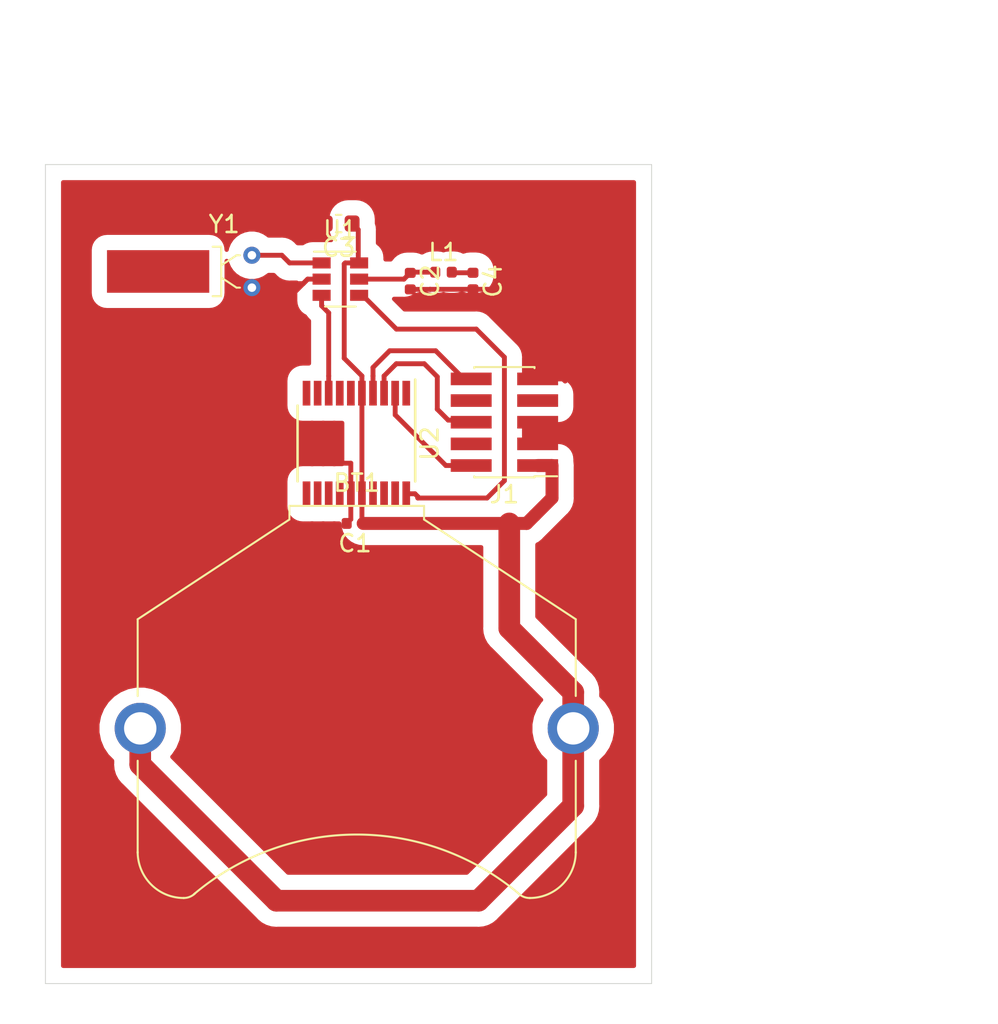
<source format=kicad_pcb>
(kicad_pcb (version 20171130) (host pcbnew "(5.1.2)-2")

  (general
    (thickness 1.6)
    (drawings 4)
    (tracks 84)
    (zones 0)
    (modules 10)
    (nets 11)
  )

  (page A4)
  (layers
    (0 F.Cu signal)
    (31 B.Cu signal)
    (32 B.Adhes user)
    (33 F.Adhes user)
    (34 B.Paste user)
    (35 F.Paste user)
    (36 B.SilkS user)
    (37 F.SilkS user)
    (38 B.Mask user)
    (39 F.Mask user)
    (40 Dwgs.User user)
    (41 Cmts.User user)
    (42 Eco1.User user)
    (43 Eco2.User user)
    (44 Edge.Cuts user)
    (45 Margin user)
    (46 B.CrtYd user)
    (47 F.CrtYd user)
    (48 B.Fab user)
    (49 F.Fab user)
  )

  (setup
    (last_trace_width 0.28575)
    (user_trace_width 0.762)
    (user_trace_width 1.27)
    (trace_clearance 0.2)
    (zone_clearance 0.889)
    (zone_45_only no)
    (trace_min 0.2)
    (via_size 0.8)
    (via_drill 0.4)
    (via_min_size 0.4)
    (via_min_drill 0.3)
    (uvia_size 0.3)
    (uvia_drill 0.1)
    (uvias_allowed no)
    (uvia_min_size 0.2)
    (uvia_min_drill 0.1)
    (edge_width 0.05)
    (segment_width 0.2)
    (pcb_text_width 0.3)
    (pcb_text_size 1.5 1.5)
    (mod_edge_width 0.12)
    (mod_text_size 1 1)
    (mod_text_width 0.15)
    (pad_size 1.524 1.524)
    (pad_drill 0.762)
    (pad_to_mask_clearance 0.051)
    (solder_mask_min_width 0.25)
    (aux_axis_origin 0 0)
    (visible_elements 7FFFFFFF)
    (pcbplotparams
      (layerselection 0x010fc_ffffffff)
      (usegerberextensions false)
      (usegerberattributes false)
      (usegerberadvancedattributes false)
      (creategerberjobfile false)
      (excludeedgelayer true)
      (linewidth 0.100000)
      (plotframeref false)
      (viasonmask false)
      (mode 1)
      (useauxorigin false)
      (hpglpennumber 1)
      (hpglpenspeed 20)
      (hpglpendiameter 15.000000)
      (psnegative false)
      (psa4output false)
      (plotreference true)
      (plotvalue true)
      (plotinvisibletext false)
      (padsonsilk false)
      (subtractmaskfromsilk false)
      (outputformat 1)
      (mirror false)
      (drillshape 0)
      (scaleselection 1)
      (outputdirectory "Gerbers"))
  )

  (net 0 "")
  (net 1 GND)
  (net 2 "Net-(BT1-Pad1)")
  (net 3 "Net-(J1-Pad10)")
  (net 4 "Net-(J1-Pad6)")
  (net 5 "Net-(J1-Pad2)")
  (net 6 "Net-(U1-Pad1)")
  (net 7 "Net-(C2-Pad1)")
  (net 8 "Net-(AE1-Pad1)")
  (net 9 /CLK)
  (net 10 /DATA)

  (net_class Default "This is the default net class."
    (clearance 0.2)
    (trace_width 0.28575)
    (via_dia 0.8)
    (via_drill 0.4)
    (uvia_dia 0.3)
    (uvia_drill 0.1)
    (add_net /CLK)
    (add_net /DATA)
    (add_net GND)
    (add_net "Net-(AE1-Pad1)")
    (add_net "Net-(BT1-Pad1)")
    (add_net "Net-(C2-Pad1)")
    (add_net "Net-(J1-Pad10)")
    (add_net "Net-(J1-Pad2)")
    (add_net "Net-(J1-Pad4)")
    (add_net "Net-(J1-Pad6)")
    (add_net "Net-(J1-Pad7)")
    (add_net "Net-(J1-Pad8)")
    (add_net "Net-(U1-Pad1)")
    (add_net "Net-(U2-Pad1)")
    (add_net "Net-(U2-Pad10)")
    (add_net "Net-(U2-Pad11)")
    (add_net "Net-(U2-Pad12)")
    (add_net "Net-(U2-Pad13)")
    (add_net "Net-(U2-Pad14)")
    (add_net "Net-(U2-Pad17)")
    (add_net "Net-(U2-Pad18)")
    (add_net "Net-(U2-Pad19)")
    (add_net "Net-(U2-Pad6)")
    (add_net "Net-(U2-Pad7)")
    (add_net "Net-(U2-Pad9)")
  )

  (module Connector_PinHeader_1.27mm:PinHeader_2x05_P1.27mm_Vertical_SMD (layer F.Cu) (tedit 59FED6E3) (tstamp 5D98236A)
    (at 189.484 76.073 180)
    (descr "surface-mounted straight pin header, 2x05, 1.27mm pitch, double rows")
    (tags "Surface mounted pin header SMD 2x05 1.27mm double row")
    (path /5D986ABE)
    (attr smd)
    (fp_text reference J1 (at 0 -4.235) (layer F.SilkS)
      (effects (font (size 1 1) (thickness 0.15)))
    )
    (fp_text value Conn_ARM_JTAG_SWD_10 (at 0 4.235) (layer F.Fab)
      (effects (font (size 1 1) (thickness 0.15)))
    )
    (fp_text user %R (at -0.218 0.131 90) (layer F.Fab)
      (effects (font (size 1 1) (thickness 0.15)))
    )
    (fp_line (start 4.3 -3.7) (end -4.3 -3.7) (layer F.CrtYd) (width 0.05))
    (fp_line (start 4.3 3.7) (end 4.3 -3.7) (layer F.CrtYd) (width 0.05))
    (fp_line (start -4.3 3.7) (end 4.3 3.7) (layer F.CrtYd) (width 0.05))
    (fp_line (start -4.3 -3.7) (end -4.3 3.7) (layer F.CrtYd) (width 0.05))
    (fp_line (start 1.765 3.17) (end 1.765 3.235) (layer F.SilkS) (width 0.12))
    (fp_line (start -1.765 3.17) (end -1.765 3.235) (layer F.SilkS) (width 0.12))
    (fp_line (start 1.765 -3.235) (end 1.765 -3.17) (layer F.SilkS) (width 0.12))
    (fp_line (start -1.765 -3.235) (end -1.765 -3.17) (layer F.SilkS) (width 0.12))
    (fp_line (start -3.09 -3.17) (end -1.765 -3.17) (layer F.SilkS) (width 0.12))
    (fp_line (start -1.765 3.235) (end 1.765 3.235) (layer F.SilkS) (width 0.12))
    (fp_line (start -1.765 -3.235) (end 1.765 -3.235) (layer F.SilkS) (width 0.12))
    (fp_line (start 2.75 2.74) (end 1.705 2.74) (layer F.Fab) (width 0.1))
    (fp_line (start 2.75 2.34) (end 2.75 2.74) (layer F.Fab) (width 0.1))
    (fp_line (start 1.705 2.34) (end 2.75 2.34) (layer F.Fab) (width 0.1))
    (fp_line (start -2.75 2.74) (end -1.705 2.74) (layer F.Fab) (width 0.1))
    (fp_line (start -2.75 2.34) (end -2.75 2.74) (layer F.Fab) (width 0.1))
    (fp_line (start -1.705 2.34) (end -2.75 2.34) (layer F.Fab) (width 0.1))
    (fp_line (start 2.75 1.47) (end 1.705 1.47) (layer F.Fab) (width 0.1))
    (fp_line (start 2.75 1.07) (end 2.75 1.47) (layer F.Fab) (width 0.1))
    (fp_line (start 1.705 1.07) (end 2.75 1.07) (layer F.Fab) (width 0.1))
    (fp_line (start -2.75 1.47) (end -1.705 1.47) (layer F.Fab) (width 0.1))
    (fp_line (start -2.75 1.07) (end -2.75 1.47) (layer F.Fab) (width 0.1))
    (fp_line (start -1.705 1.07) (end -2.75 1.07) (layer F.Fab) (width 0.1))
    (fp_line (start 2.75 0.2) (end 1.705 0.2) (layer F.Fab) (width 0.1))
    (fp_line (start 2.75 -0.2) (end 2.75 0.2) (layer F.Fab) (width 0.1))
    (fp_line (start 1.705 -0.2) (end 2.75 -0.2) (layer F.Fab) (width 0.1))
    (fp_line (start -2.75 0.2) (end -1.705 0.2) (layer F.Fab) (width 0.1))
    (fp_line (start -2.75 -0.2) (end -2.75 0.2) (layer F.Fab) (width 0.1))
    (fp_line (start -1.705 -0.2) (end -2.75 -0.2) (layer F.Fab) (width 0.1))
    (fp_line (start 2.75 -1.07) (end 1.705 -1.07) (layer F.Fab) (width 0.1))
    (fp_line (start 2.75 -1.47) (end 2.75 -1.07) (layer F.Fab) (width 0.1))
    (fp_line (start 1.705 -1.47) (end 2.75 -1.47) (layer F.Fab) (width 0.1))
    (fp_line (start -2.75 -1.07) (end -1.705 -1.07) (layer F.Fab) (width 0.1))
    (fp_line (start -2.75 -1.47) (end -2.75 -1.07) (layer F.Fab) (width 0.1))
    (fp_line (start -1.705 -1.47) (end -2.75 -1.47) (layer F.Fab) (width 0.1))
    (fp_line (start 2.75 -2.34) (end 1.705 -2.34) (layer F.Fab) (width 0.1))
    (fp_line (start 2.75 -2.74) (end 2.75 -2.34) (layer F.Fab) (width 0.1))
    (fp_line (start 1.705 -2.74) (end 2.75 -2.74) (layer F.Fab) (width 0.1))
    (fp_line (start -2.75 -2.34) (end -1.705 -2.34) (layer F.Fab) (width 0.1))
    (fp_line (start -2.75 -2.74) (end -2.75 -2.34) (layer F.Fab) (width 0.1))
    (fp_line (start -1.705 -2.74) (end -2.75 -2.74) (layer F.Fab) (width 0.1))
    (fp_line (start 1.705 -3.175) (end 1.705 3.175) (layer F.Fab) (width 0.1))
    (fp_line (start -1.705 -2.74) (end -1.27 -3.175) (layer F.Fab) (width 0.1))
    (fp_line (start -1.705 3.175) (end -1.705 -2.74) (layer F.Fab) (width 0.1))
    (fp_line (start -1.27 -3.175) (end 1.705 -3.175) (layer F.Fab) (width 0.1))
    (fp_line (start 1.705 3.175) (end -1.705 3.175) (layer F.Fab) (width 0.1))
    (pad 10 smd rect (at 1.95 2.54 180) (size 2.4 0.74) (layers F.Cu F.Paste F.Mask)
      (net 3 "Net-(J1-Pad10)"))
    (pad 9 smd rect (at -1.95 2.54 180) (size 2.4 0.74) (layers F.Cu F.Paste F.Mask)
      (net 1 GND))
    (pad 8 smd rect (at 1.95 1.27 180) (size 2.4 0.74) (layers F.Cu F.Paste F.Mask))
    (pad 7 smd rect (at -1.95 1.27 180) (size 2.4 0.74) (layers F.Cu F.Paste F.Mask))
    (pad 6 smd rect (at 1.95 0 180) (size 2.4 0.74) (layers F.Cu F.Paste F.Mask)
      (net 4 "Net-(J1-Pad6)"))
    (pad 5 smd rect (at -1.95 0 180) (size 2.4 0.74) (layers F.Cu F.Paste F.Mask)
      (net 1 GND))
    (pad 4 smd rect (at 1.95 -1.27 180) (size 2.4 0.74) (layers F.Cu F.Paste F.Mask))
    (pad 3 smd rect (at -1.95 -1.27 180) (size 2.4 0.74) (layers F.Cu F.Paste F.Mask)
      (net 1 GND))
    (pad 2 smd rect (at 1.95 -2.54 180) (size 2.4 0.74) (layers F.Cu F.Paste F.Mask)
      (net 5 "Net-(J1-Pad2)"))
    (pad 1 smd rect (at -1.95 -2.54 180) (size 2.4 0.74) (layers F.Cu F.Paste F.Mask)
      (net 2 "Net-(BT1-Pad1)"))
    (model ${KISYS3DMOD}/Connector_PinHeader_1.27mm.3dshapes/PinHeader_2x05_P1.27mm_Vertical_SMD.wrl
      (at (xyz 0 0 0))
      (scale (xyz 1 1 1))
      (rotate (xyz 0 0 0))
    )
  )

  (module Inductor_SMD:L_0402_1005Metric (layer F.Cu) (tedit 5B301BBE) (tstamp 5D982BA1)
    (at 185.91 67.272)
    (descr "Inductor SMD 0402 (1005 Metric), square (rectangular) end terminal, IPC_7351 nominal, (Body size source: http://www.tortai-tech.com/upload/download/2011102023233369053.pdf), generated with kicad-footprint-generator")
    (tags inductor)
    (path /5D9932A1)
    (attr smd)
    (fp_text reference L1 (at 0 -1.17) (layer F.SilkS)
      (effects (font (size 1 1) (thickness 0.15)))
    )
    (fp_text value L (at 0 1.17) (layer F.Fab)
      (effects (font (size 1 1) (thickness 0.15)))
    )
    (fp_text user %R (at 0 0) (layer F.Fab)
      (effects (font (size 0.25 0.25) (thickness 0.04)))
    )
    (fp_line (start 0.93 0.47) (end -0.93 0.47) (layer F.CrtYd) (width 0.05))
    (fp_line (start 0.93 -0.47) (end 0.93 0.47) (layer F.CrtYd) (width 0.05))
    (fp_line (start -0.93 -0.47) (end 0.93 -0.47) (layer F.CrtYd) (width 0.05))
    (fp_line (start -0.93 0.47) (end -0.93 -0.47) (layer F.CrtYd) (width 0.05))
    (fp_line (start 0.5 0.25) (end -0.5 0.25) (layer F.Fab) (width 0.1))
    (fp_line (start 0.5 -0.25) (end 0.5 0.25) (layer F.Fab) (width 0.1))
    (fp_line (start -0.5 -0.25) (end 0.5 -0.25) (layer F.Fab) (width 0.1))
    (fp_line (start -0.5 0.25) (end -0.5 -0.25) (layer F.Fab) (width 0.1))
    (pad 2 smd roundrect (at 0.485 0) (size 0.59 0.64) (layers F.Cu F.Paste F.Mask) (roundrect_rratio 0.25)
      (net 8 "Net-(AE1-Pad1)"))
    (pad 1 smd roundrect (at -0.485 0) (size 0.59 0.64) (layers F.Cu F.Paste F.Mask) (roundrect_rratio 0.25)
      (net 7 "Net-(C2-Pad1)"))
    (model ${KISYS3DMOD}/Inductor_SMD.3dshapes/L_0402_1005Metric.wrl
      (at (xyz 0 0 0))
      (scale (xyz 1 1 1))
      (rotate (xyz 0 0 0))
    )
  )

  (module Capacitor_SMD:C_0402_1005Metric (layer F.Cu) (tedit 5B301BBE) (tstamp 5D982B4A)
    (at 187.64 67.792 270)
    (descr "Capacitor SMD 0402 (1005 Metric), square (rectangular) end terminal, IPC_7351 nominal, (Body size source: http://www.tortai-tech.com/upload/download/2011102023233369053.pdf), generated with kicad-footprint-generator")
    (tags capacitor)
    (path /5D993A43)
    (attr smd)
    (fp_text reference C4 (at 0 -1.17 90) (layer F.SilkS)
      (effects (font (size 1 1) (thickness 0.15)))
    )
    (fp_text value C (at 0 1.17 90) (layer F.Fab)
      (effects (font (size 1 1) (thickness 0.15)))
    )
    (fp_text user %R (at 0 0 90) (layer F.Fab)
      (effects (font (size 0.25 0.25) (thickness 0.04)))
    )
    (fp_line (start 0.93 0.47) (end -0.93 0.47) (layer F.CrtYd) (width 0.05))
    (fp_line (start 0.93 -0.47) (end 0.93 0.47) (layer F.CrtYd) (width 0.05))
    (fp_line (start -0.93 -0.47) (end 0.93 -0.47) (layer F.CrtYd) (width 0.05))
    (fp_line (start -0.93 0.47) (end -0.93 -0.47) (layer F.CrtYd) (width 0.05))
    (fp_line (start 0.5 0.25) (end -0.5 0.25) (layer F.Fab) (width 0.1))
    (fp_line (start 0.5 -0.25) (end 0.5 0.25) (layer F.Fab) (width 0.1))
    (fp_line (start -0.5 -0.25) (end 0.5 -0.25) (layer F.Fab) (width 0.1))
    (fp_line (start -0.5 0.25) (end -0.5 -0.25) (layer F.Fab) (width 0.1))
    (pad 2 smd roundrect (at 0.485 0 270) (size 0.59 0.64) (layers F.Cu F.Paste F.Mask) (roundrect_rratio 0.25)
      (net 1 GND))
    (pad 1 smd roundrect (at -0.485 0 270) (size 0.59 0.64) (layers F.Cu F.Paste F.Mask) (roundrect_rratio 0.25)
      (net 8 "Net-(AE1-Pad1)"))
    (model ${KISYS3DMOD}/Capacitor_SMD.3dshapes/C_0402_1005Metric.wrl
      (at (xyz 0 0 0))
      (scale (xyz 1 1 1))
      (rotate (xyz 0 0 0))
    )
  )

  (module Capacitor_SMD:C_0603_1608Metric (layer F.Cu) (tedit 5B301BBE) (tstamp 5D982B3B)
    (at 179.76 64.42 180)
    (descr "Capacitor SMD 0603 (1608 Metric), square (rectangular) end terminal, IPC_7351 nominal, (Body size source: http://www.tortai-tech.com/upload/download/2011102023233369053.pdf), generated with kicad-footprint-generator")
    (tags capacitor)
    (path /5D98ED34)
    (attr smd)
    (fp_text reference C3 (at 0 -1.43) (layer F.SilkS)
      (effects (font (size 1 1) (thickness 0.15)))
    )
    (fp_text value C (at 0 1.43) (layer F.Fab)
      (effects (font (size 1 1) (thickness 0.15)))
    )
    (fp_text user %R (at 0 0) (layer F.Fab)
      (effects (font (size 0.4 0.4) (thickness 0.06)))
    )
    (fp_line (start 1.48 0.73) (end -1.48 0.73) (layer F.CrtYd) (width 0.05))
    (fp_line (start 1.48 -0.73) (end 1.48 0.73) (layer F.CrtYd) (width 0.05))
    (fp_line (start -1.48 -0.73) (end 1.48 -0.73) (layer F.CrtYd) (width 0.05))
    (fp_line (start -1.48 0.73) (end -1.48 -0.73) (layer F.CrtYd) (width 0.05))
    (fp_line (start -0.162779 0.51) (end 0.162779 0.51) (layer F.SilkS) (width 0.12))
    (fp_line (start -0.162779 -0.51) (end 0.162779 -0.51) (layer F.SilkS) (width 0.12))
    (fp_line (start 0.8 0.4) (end -0.8 0.4) (layer F.Fab) (width 0.1))
    (fp_line (start 0.8 -0.4) (end 0.8 0.4) (layer F.Fab) (width 0.1))
    (fp_line (start -0.8 -0.4) (end 0.8 -0.4) (layer F.Fab) (width 0.1))
    (fp_line (start -0.8 0.4) (end -0.8 -0.4) (layer F.Fab) (width 0.1))
    (pad 2 smd roundrect (at 0.7875 0 180) (size 0.875 0.95) (layers F.Cu F.Paste F.Mask) (roundrect_rratio 0.25)
      (net 1 GND))
    (pad 1 smd roundrect (at -0.7875 0 180) (size 0.875 0.95) (layers F.Cu F.Paste F.Mask) (roundrect_rratio 0.25)
      (net 2 "Net-(BT1-Pad1)"))
    (model ${KISYS3DMOD}/Capacitor_SMD.3dshapes/C_0603_1608Metric.wrl
      (at (xyz 0 0 0))
      (scale (xyz 1 1 1))
      (rotate (xyz 0 0 0))
    )
  )

  (module Capacitor_SMD:C_0402_1005Metric (layer F.Cu) (tedit 5B301BBE) (tstamp 5D982345)
    (at 183.96 67.797 270)
    (descr "Capacitor SMD 0402 (1005 Metric), square (rectangular) end terminal, IPC_7351 nominal, (Body size source: http://www.tortai-tech.com/upload/download/2011102023233369053.pdf), generated with kicad-footprint-generator")
    (tags capacitor)
    (path /5D982699)
    (attr smd)
    (fp_text reference C2 (at 0 -1.17 90) (layer F.SilkS)
      (effects (font (size 1 1) (thickness 0.15)))
    )
    (fp_text value C (at 0 1.17 90) (layer F.Fab)
      (effects (font (size 1 1) (thickness 0.15)))
    )
    (fp_text user %R (at 0 0 90) (layer F.Fab)
      (effects (font (size 0.25 0.25) (thickness 0.04)))
    )
    (fp_line (start 0.93 0.47) (end -0.93 0.47) (layer F.CrtYd) (width 0.05))
    (fp_line (start 0.93 -0.47) (end 0.93 0.47) (layer F.CrtYd) (width 0.05))
    (fp_line (start -0.93 -0.47) (end 0.93 -0.47) (layer F.CrtYd) (width 0.05))
    (fp_line (start -0.93 0.47) (end -0.93 -0.47) (layer F.CrtYd) (width 0.05))
    (fp_line (start 0.5 0.25) (end -0.5 0.25) (layer F.Fab) (width 0.1))
    (fp_line (start 0.5 -0.25) (end 0.5 0.25) (layer F.Fab) (width 0.1))
    (fp_line (start -0.5 -0.25) (end 0.5 -0.25) (layer F.Fab) (width 0.1))
    (fp_line (start -0.5 0.25) (end -0.5 -0.25) (layer F.Fab) (width 0.1))
    (pad 2 smd roundrect (at 0.485 0 270) (size 0.59 0.64) (layers F.Cu F.Paste F.Mask) (roundrect_rratio 0.25)
      (net 1 GND))
    (pad 1 smd roundrect (at -0.485 0 270) (size 0.59 0.64) (layers F.Cu F.Paste F.Mask) (roundrect_rratio 0.25)
      (net 7 "Net-(C2-Pad1)"))
    (model ${KISYS3DMOD}/Capacitor_SMD.3dshapes/C_0402_1005Metric.wrl
      (at (xyz 0 0 0))
      (scale (xyz 1 1 1))
      (rotate (xyz 0 0 0))
    )
  )

  (module Crystal:Crystal_DS26_D2.0mm_L6.0mm_Horizontal_1EP_style1 (layer F.Cu) (tedit 5A0FD1B2) (tstamp 5D9823BF)
    (at 174.67 66.28 270)
    (descr "Crystal THT DS26 6.0mm length 2.0mm diameter http://www.microcrystal.com/images/_Product-Documentation/03_TF_metal_Packages/01_Datasheet/DS-Series.pdf")
    (tags ['DS26'])
    (path /5D9859DE)
    (fp_text reference Y1 (at -1.82 1.625) (layer F.SilkS)
      (effects (font (size 1 1) (thickness 0.15)))
    )
    (fp_text value Crystal (at 3.72 1.625) (layer F.Fab)
      (effects (font (size 1 1) (thickness 0.15)))
    )
    (fp_line (start 2.7 -0.8) (end -0.8 -0.8) (layer F.CrtYd) (width 0.05))
    (fp_line (start 2.7 8.8) (end 2.7 -0.8) (layer F.CrtYd) (width 0.05))
    (fp_line (start -0.8 8.8) (end 2.7 8.8) (layer F.CrtYd) (width 0.05))
    (fp_line (start -0.8 -0.8) (end -0.8 8.8) (layer F.CrtYd) (width 0.05))
    (fp_line (start 1.9 0.9) (end 1.9 0.7) (layer F.SilkS) (width 0.12))
    (fp_line (start 1.3 1.8) (end 1.9 0.9) (layer F.SilkS) (width 0.12))
    (fp_line (start 0 0.9) (end 0 0.7) (layer F.SilkS) (width 0.12))
    (fp_line (start 0.6 1.8) (end 0 0.9) (layer F.SilkS) (width 0.12))
    (fp_line (start 2.4 1.8) (end 2.4 2.3) (layer F.SilkS) (width 0.12))
    (fp_line (start -0.5 1.8) (end 2.4 1.8) (layer F.SilkS) (width 0.12))
    (fp_line (start -0.5 2.3) (end -0.5 1.8) (layer F.SilkS) (width 0.12))
    (fp_line (start 1.9 1) (end 1.9 0) (layer F.Fab) (width 0.1))
    (fp_line (start 1.3 2) (end 1.9 1) (layer F.Fab) (width 0.1))
    (fp_line (start 0 1) (end 0 0) (layer F.Fab) (width 0.1))
    (fp_line (start 0.6 2) (end 0 1) (layer F.Fab) (width 0.1))
    (fp_line (start 1.95 2) (end -0.05 2) (layer F.Fab) (width 0.1))
    (fp_line (start 1.95 8) (end 1.95 2) (layer F.Fab) (width 0.1))
    (fp_line (start -0.05 8) (end 1.95 8) (layer F.Fab) (width 0.1))
    (fp_line (start -0.05 2) (end -0.05 8) (layer F.Fab) (width 0.1))
    (fp_text user %R (at 1 5.25) (layer F.Fab)
      (effects (font (size 0.7 0.7) (thickness 0.105)))
    )
    (pad 3 smd rect (at 0.95 5.5 270) (size 2.5 6) (layers F.Cu F.Paste F.Mask))
    (pad 2 thru_hole circle (at 1.9 0 270) (size 1 1) (drill 0.5) (layers *.Cu *.Mask)
      (net 1 GND))
    (pad 1 thru_hole circle (at 0 0 270) (size 1 1) (drill 0.5) (layers *.Cu *.Mask)
      (net 6 "Net-(U1-Pad1)"))
    (model ${KISYS3DMOD}/Crystal.3dshapes/Crystal_DS26_D2.0mm_L6.0mm_Horizontal_1EP_style1.wrl
      (at (xyz 0 0 0))
      (scale (xyz 1 1 1))
      (rotate (xyz 0 0 0))
    )
  )

  (module Package_SO:TSSOP-20_4.4x6.5mm_P0.65mm (layer F.Cu) (tedit 5A02F25C) (tstamp 5D9823A4)
    (at 180.8 77.32 270)
    (descr "20-Lead Plastic Thin Shrink Small Outline (ST)-4.4 mm Body [TSSOP] (see Microchip Packaging Specification 00000049BS.pdf)")
    (tags "SSOP 0.65")
    (path /5D97C465)
    (attr smd)
    (fp_text reference U2 (at 0 -4.3 90) (layer F.SilkS)
      (effects (font (size 1 1) (thickness 0.15)))
    )
    (fp_text value STM32F030F4Px (at 0 4.3 90) (layer F.Fab)
      (effects (font (size 1 1) (thickness 0.15)))
    )
    (fp_text user %R (at 0 0 135) (layer F.Fab)
      (effects (font (size 0.8 0.8) (thickness 0.15)))
    )
    (fp_line (start -3.75 -3.45) (end 2.225 -3.45) (layer F.SilkS) (width 0.15))
    (fp_line (start -2.225 3.45) (end 2.225 3.45) (layer F.SilkS) (width 0.15))
    (fp_line (start -3.95 3.55) (end 3.95 3.55) (layer F.CrtYd) (width 0.05))
    (fp_line (start -3.95 -3.55) (end 3.95 -3.55) (layer F.CrtYd) (width 0.05))
    (fp_line (start 3.95 -3.55) (end 3.95 3.55) (layer F.CrtYd) (width 0.05))
    (fp_line (start -3.95 -3.55) (end -3.95 3.55) (layer F.CrtYd) (width 0.05))
    (fp_line (start -2.2 -2.25) (end -1.2 -3.25) (layer F.Fab) (width 0.15))
    (fp_line (start -2.2 3.25) (end -2.2 -2.25) (layer F.Fab) (width 0.15))
    (fp_line (start 2.2 3.25) (end -2.2 3.25) (layer F.Fab) (width 0.15))
    (fp_line (start 2.2 -3.25) (end 2.2 3.25) (layer F.Fab) (width 0.15))
    (fp_line (start -1.2 -3.25) (end 2.2 -3.25) (layer F.Fab) (width 0.15))
    (pad 20 smd rect (at 2.95 -2.925 270) (size 1.45 0.45) (layers F.Cu F.Paste F.Mask)
      (net 9 /CLK))
    (pad 19 smd rect (at 2.95 -2.275 270) (size 1.45 0.45) (layers F.Cu F.Paste F.Mask))
    (pad 18 smd rect (at 2.95 -1.625 270) (size 1.45 0.45) (layers F.Cu F.Paste F.Mask))
    (pad 17 smd rect (at 2.95 -0.975 270) (size 1.45 0.45) (layers F.Cu F.Paste F.Mask))
    (pad 16 smd rect (at 2.95 -0.325 270) (size 1.45 0.45) (layers F.Cu F.Paste F.Mask)
      (net 2 "Net-(BT1-Pad1)"))
    (pad 15 smd rect (at 2.95 0.325 270) (size 1.45 0.45) (layers F.Cu F.Paste F.Mask)
      (net 1 GND))
    (pad 14 smd rect (at 2.95 0.975 270) (size 1.45 0.45) (layers F.Cu F.Paste F.Mask))
    (pad 13 smd rect (at 2.95 1.625 270) (size 1.45 0.45) (layers F.Cu F.Paste F.Mask))
    (pad 12 smd rect (at 2.95 2.275 270) (size 1.45 0.45) (layers F.Cu F.Paste F.Mask))
    (pad 11 smd rect (at 2.95 2.925 270) (size 1.45 0.45) (layers F.Cu F.Paste F.Mask))
    (pad 10 smd rect (at -2.95 2.925 270) (size 1.45 0.45) (layers F.Cu F.Paste F.Mask))
    (pad 9 smd rect (at -2.95 2.275 270) (size 1.45 0.45) (layers F.Cu F.Paste F.Mask))
    (pad 8 smd rect (at -2.95 1.625 270) (size 1.45 0.45) (layers F.Cu F.Paste F.Mask)
      (net 10 /DATA))
    (pad 7 smd rect (at -2.95 0.975 270) (size 1.45 0.45) (layers F.Cu F.Paste F.Mask))
    (pad 6 smd rect (at -2.95 0.325 270) (size 1.45 0.45) (layers F.Cu F.Paste F.Mask))
    (pad 5 smd rect (at -2.95 -0.325 270) (size 1.45 0.45) (layers F.Cu F.Paste F.Mask)
      (net 2 "Net-(BT1-Pad1)"))
    (pad 4 smd rect (at -2.95 -0.975 270) (size 1.45 0.45) (layers F.Cu F.Paste F.Mask)
      (net 3 "Net-(J1-Pad10)"))
    (pad 3 smd rect (at -2.95 -1.625 270) (size 1.45 0.45) (layers F.Cu F.Paste F.Mask)
      (net 4 "Net-(J1-Pad6)"))
    (pad 2 smd rect (at -2.95 -2.275 270) (size 1.45 0.45) (layers F.Cu F.Paste F.Mask)
      (net 5 "Net-(J1-Pad2)"))
    (pad 1 smd rect (at -2.95 -2.925 270) (size 1.45 0.45) (layers F.Cu F.Paste F.Mask))
    (model ${KISYS3DMOD}/Package_SO.3dshapes/TSSOP-20_4.4x6.5mm_P0.65mm.wrl
      (at (xyz 0 0 0))
      (scale (xyz 1 1 1))
      (rotate (xyz 0 0 0))
    )
  )

  (module Package_TO_SOT_SMD:SOT-23-6 (layer F.Cu) (tedit 5A02FF57) (tstamp 5D982380)
    (at 179.86 67.68)
    (descr "6-pin SOT-23 package")
    (tags SOT-23-6)
    (path /5D9813E1)
    (attr smd)
    (fp_text reference U1 (at 0 -2.9) (layer F.SilkS)
      (effects (font (size 1 1) (thickness 0.15)))
    )
    (fp_text value CMT2110A (at 0 2.9) (layer F.Fab)
      (effects (font (size 1 1) (thickness 0.15)))
    )
    (fp_line (start 0.9 -1.55) (end 0.9 1.55) (layer F.Fab) (width 0.1))
    (fp_line (start 0.9 1.55) (end -0.9 1.55) (layer F.Fab) (width 0.1))
    (fp_line (start -0.9 -0.9) (end -0.9 1.55) (layer F.Fab) (width 0.1))
    (fp_line (start 0.9 -1.55) (end -0.25 -1.55) (layer F.Fab) (width 0.1))
    (fp_line (start -0.9 -0.9) (end -0.25 -1.55) (layer F.Fab) (width 0.1))
    (fp_line (start -1.9 -1.8) (end -1.9 1.8) (layer F.CrtYd) (width 0.05))
    (fp_line (start -1.9 1.8) (end 1.9 1.8) (layer F.CrtYd) (width 0.05))
    (fp_line (start 1.9 1.8) (end 1.9 -1.8) (layer F.CrtYd) (width 0.05))
    (fp_line (start 1.9 -1.8) (end -1.9 -1.8) (layer F.CrtYd) (width 0.05))
    (fp_line (start 0.9 -1.61) (end -1.55 -1.61) (layer F.SilkS) (width 0.12))
    (fp_line (start -0.9 1.61) (end 0.9 1.61) (layer F.SilkS) (width 0.12))
    (fp_text user %R (at 0 0 90) (layer F.Fab)
      (effects (font (size 0.5 0.5) (thickness 0.075)))
    )
    (pad 5 smd rect (at 1.1 0) (size 1.06 0.65) (layers F.Cu F.Paste F.Mask)
      (net 7 "Net-(C2-Pad1)"))
    (pad 6 smd rect (at 1.1 -0.95) (size 1.06 0.65) (layers F.Cu F.Paste F.Mask)
      (net 2 "Net-(BT1-Pad1)"))
    (pad 4 smd rect (at 1.1 0.95) (size 1.06 0.65) (layers F.Cu F.Paste F.Mask)
      (net 9 /CLK))
    (pad 3 smd rect (at -1.1 0.95) (size 1.06 0.65) (layers F.Cu F.Paste F.Mask)
      (net 10 /DATA))
    (pad 2 smd rect (at -1.1 0) (size 1.06 0.65) (layers F.Cu F.Paste F.Mask)
      (net 1 GND))
    (pad 1 smd rect (at -1.1 -0.95) (size 1.06 0.65) (layers F.Cu F.Paste F.Mask)
      (net 6 "Net-(U1-Pad1)"))
    (model ${KISYS3DMOD}/Package_TO_SOT_SMD.3dshapes/SOT-23-6.wrl
      (at (xyz 0 0 0))
      (scale (xyz 1 1 1))
      (rotate (xyz 0 0 0))
    )
  )

  (module Capacitor_SMD:C_0402_1005Metric (layer F.Cu) (tedit 5B301BBE) (tstamp 5D982334)
    (at 180.715 82.01 180)
    (descr "Capacitor SMD 0402 (1005 Metric), square (rectangular) end terminal, IPC_7351 nominal, (Body size source: http://www.tortai-tech.com/upload/download/2011102023233369053.pdf), generated with kicad-footprint-generator")
    (tags capacitor)
    (path /5D97E497)
    (attr smd)
    (fp_text reference C1 (at 0 -1.17) (layer F.SilkS)
      (effects (font (size 1 1) (thickness 0.15)))
    )
    (fp_text value C (at 0 1.17) (layer F.Fab)
      (effects (font (size 1 1) (thickness 0.15)))
    )
    (fp_text user %R (at 0 0) (layer F.Fab)
      (effects (font (size 0.25 0.25) (thickness 0.04)))
    )
    (fp_line (start 0.93 0.47) (end -0.93 0.47) (layer F.CrtYd) (width 0.05))
    (fp_line (start 0.93 -0.47) (end 0.93 0.47) (layer F.CrtYd) (width 0.05))
    (fp_line (start -0.93 -0.47) (end 0.93 -0.47) (layer F.CrtYd) (width 0.05))
    (fp_line (start -0.93 0.47) (end -0.93 -0.47) (layer F.CrtYd) (width 0.05))
    (fp_line (start 0.5 0.25) (end -0.5 0.25) (layer F.Fab) (width 0.1))
    (fp_line (start 0.5 -0.25) (end 0.5 0.25) (layer F.Fab) (width 0.1))
    (fp_line (start -0.5 -0.25) (end 0.5 -0.25) (layer F.Fab) (width 0.1))
    (fp_line (start -0.5 0.25) (end -0.5 -0.25) (layer F.Fab) (width 0.1))
    (pad 2 smd roundrect (at 0.485 0 180) (size 0.59 0.64) (layers F.Cu F.Paste F.Mask) (roundrect_rratio 0.25)
      (net 1 GND))
    (pad 1 smd roundrect (at -0.485 0 180) (size 0.59 0.64) (layers F.Cu F.Paste F.Mask) (roundrect_rratio 0.25)
      (net 2 "Net-(BT1-Pad1)"))
    (model ${KISYS3DMOD}/Capacitor_SMD.3dshapes/C_0402_1005Metric.wrl
      (at (xyz 0 0 0))
      (scale (xyz 1 1 1))
      (rotate (xyz 0 0 0))
    )
  )

  (module Battery:BatteryHolder_Keystone_3009_1x2450 (layer F.Cu) (tedit 58972349) (tstamp 5D982325)
    (at 180.82 94.03)
    (descr http://www.keyelco.com/product-pdf.cfm?p=787)
    (tags "Keystone type 3009 coin cell retainer")
    (path /5D97CE78)
    (fp_text reference BT1 (at 0 -14.4) (layer F.SilkS)
      (effects (font (size 1 1) (thickness 0.15)))
    )
    (fp_text value Battery (at 0 14) (layer F.Fab)
      (effects (font (size 1 1) (thickness 0.15)))
    )
    (fp_line (start -4.45 -12.55) (end -13.35 -6.7) (layer F.CrtYd) (width 0.05))
    (fp_line (start -3.8 -12.9) (end 3.8 -12.9) (layer F.Fab) (width 0.1))
    (fp_line (start 3.8 -12.9) (end 3.8 -12.2) (layer F.Fab) (width 0.1))
    (fp_line (start -3.8 -12.9) (end -3.8 -12.2) (layer F.Fab) (width 0.1))
    (fp_line (start -3.8 -12.2) (end -12.7 -6.35) (layer F.Fab) (width 0.1))
    (fp_line (start 3.8 -12.2) (end 12.7 -6.35) (layer F.Fab) (width 0.1))
    (fp_line (start -3.95 -12.25) (end -12.85 -6.4) (layer F.SilkS) (width 0.12))
    (fp_line (start -3.95 -13.05) (end -3.95 -12.25) (layer F.SilkS) (width 0.12))
    (fp_line (start -3.95 -13.05) (end 3.95 -13.05) (layer F.SilkS) (width 0.12))
    (fp_line (start 3.95 -13.05) (end 3.95 -12.25) (layer F.SilkS) (width 0.12))
    (fp_line (start 3.95 -12.25) (end 12.85 -6.4) (layer F.SilkS) (width 0.12))
    (fp_line (start 4.45 -12.55) (end 13.35 -6.7) (layer F.CrtYd) (width 0.05))
    (fp_line (start -4.45 -13.55) (end -4.45 -12.55) (layer F.CrtYd) (width 0.05))
    (fp_line (start -4.45 -13.55) (end 4.45 -13.55) (layer F.CrtYd) (width 0.05))
    (fp_line (start 4.45 -13.55) (end 4.45 -12.55) (layer F.CrtYd) (width 0.05))
    (fp_line (start -12.7 -6.35) (end -12.7 7.3) (layer F.Fab) (width 0.1))
    (fp_line (start 12.7 -6.35) (end 12.7 7.3) (layer F.Fab) (width 0.1))
    (fp_line (start 13.35 1.95) (end 13.35 7.3) (layer F.CrtYd) (width 0.05))
    (fp_line (start -13.35 -6.7) (end -13.35 -1.95) (layer F.CrtYd) (width 0.05))
    (fp_line (start -13.35 1.95) (end -13.35 7.3) (layer F.CrtYd) (width 0.05))
    (fp_line (start 13.35 -6.7) (end 13.35 -1.95) (layer F.CrtYd) (width 0.05))
    (fp_line (start -12.85 -6.4) (end -12.85 -1.9) (layer F.SilkS) (width 0.12))
    (fp_line (start 12.85 -6.4) (end 12.85 -1.9) (layer F.SilkS) (width 0.12))
    (fp_circle (center 0 0) (end 12.25 0) (layer Dwgs.User) (width 0.15))
    (fp_arc (start -10.15 7.25) (end -10.15 9.8) (angle 90) (layer F.Fab) (width 0.1))
    (fp_arc (start 10.15 7.25) (end 10.15 9.8) (angle -90) (layer F.Fab) (width 0.1))
    (fp_line (start -12.85 1.9) (end -12.85 7.3) (layer F.SilkS) (width 0.12))
    (fp_line (start 12.85 1.9) (end 12.85 7.3) (layer F.SilkS) (width 0.12))
    (fp_arc (start 10.15 7.25) (end 10.15 9.95) (angle -90) (layer F.SilkS) (width 0.12))
    (fp_arc (start -10.15 7.25) (end -10.15 9.95) (angle 90) (layer F.SilkS) (width 0.12))
    (fp_arc (start 0 21) (end -9.6 9.58) (angle 80) (layer F.Fab) (width 0.1))
    (fp_arc (start -10.15 9) (end -10.15 9.8) (angle -45) (layer F.Fab) (width 0.1))
    (fp_arc (start 10.15 9) (end 10.15 9.8) (angle 45) (layer F.Fab) (width 0.1))
    (fp_arc (start -10.15 9) (end -10.15 9.95) (angle -45) (layer F.SilkS) (width 0.12))
    (fp_arc (start 10.15 9) (end 10.15 9.95) (angle 45) (layer F.SilkS) (width 0.12))
    (fp_arc (start 0 21) (end -9.55 9.73) (angle 80) (layer F.SilkS) (width 0.12))
    (fp_arc (start -12.7 0) (end -13.35 1.95) (angle 143) (layer F.CrtYd) (width 0.05))
    (fp_arc (start 12.7 0) (end 13.35 1.95) (angle -143) (layer F.CrtYd) (width 0.05))
    (fp_arc (start -10.15 7.25) (end -10.15 10.45) (angle 90) (layer F.CrtYd) (width 0.05))
    (fp_arc (start 10.15 7.25) (end 10.15 10.45) (angle -90) (layer F.CrtYd) (width 0.05))
    (fp_arc (start -10.15 9) (end -10.15 10.45) (angle -45) (layer F.CrtYd) (width 0.05))
    (fp_arc (start 10.15 9) (end 10.15 10.45) (angle 45) (layer F.CrtYd) (width 0.05))
    (fp_arc (start 0 21) (end -9.15 10.05) (angle 3.2) (layer F.CrtYd) (width 0.05))
    (fp_arc (start 0 0) (end 0 12.8) (angle 41.7) (layer F.CrtYd) (width 0.05))
    (fp_arc (start 0 21) (end 9.15 10.05) (angle -3.2) (layer F.CrtYd) (width 0.05))
    (fp_arc (start 0 0) (end 0 12.8) (angle -41.7) (layer F.CrtYd) (width 0.05))
    (fp_text user %R (at 0 0) (layer F.Fab)
      (effects (font (size 1 1) (thickness 0.15)))
    )
    (pad 2 smd rect (at 0 0) (size 8 8) (layers F.Cu F.Mask)
      (net 1 GND))
    (pad 1 thru_hole circle (at 12.7 0) (size 3 3) (drill 1.9) (layers *.Cu *.Mask)
      (net 2 "Net-(BT1-Pad1)"))
    (pad 1 thru_hole circle (at -12.7 0) (size 3 3) (drill 1.9) (layers *.Cu *.Mask)
      (net 2 "Net-(BT1-Pad1)"))
    (model ${KISYS3DMOD}/Battery.3dshapes/BatteryHolder_Keystone_3009_1x2450.wrl
      (at (xyz 0 0 0))
      (scale (xyz 1 1 1))
      (rotate (xyz 0 0 0))
    )
  )

  (gr_line (start 162.56 60.96) (end 162.56 109) (layer Edge.Cuts) (width 0.05) (tstamp 5D983694))
  (gr_line (start 198.12 60.96) (end 162.56 60.96) (layer Edge.Cuts) (width 0.05))
  (gr_line (start 198.12 109) (end 198.12 60.96) (layer Edge.Cuts) (width 0.05))
  (gr_line (start 162.56 109) (end 198.12 109) (layer Edge.Cuts) (width 0.05))

  (segment (start 180.475 81.765) (end 180.475 80.27) (width 0.28575) (layer F.Cu) (net 1))
  (segment (start 180.23 82.01) (end 180.475 81.765) (width 0.28575) (layer F.Cu) (net 1))
  (segment (start 180.475 80.27) (end 180.475 78.478) (width 0.28575) (layer F.Cu) (net 1))
  (segment (start 177.94425 67.68) (end 177.67925 67.945) (width 0.28575) (layer F.Cu) (net 1))
  (segment (start 178.76 67.68) (end 177.94425 67.68) (width 0.28575) (layer F.Cu) (net 1))
  (segment (start 177.67925 67.945) (end 176.784 67.945) (width 0.28575) (layer F.Cu) (net 1))
  (segment (start 180.475 78.478) (end 179.443 78.478) (width 0.28575) (layer F.Cu) (net 1))
  (segment (start 179.443 78.478) (end 179.324 78.359) (width 0.28575) (layer F.Cu) (net 1))
  (segment (start 179.324 78.359) (end 179.324 77.47) (width 0.28575) (layer F.Cu) (net 1))
  (segment (start 177.94425 67.68) (end 177.04425 68.58) (width 0.28575) (layer F.Cu) (net 1))
  (segment (start 176.64425 68.18) (end 174.67 68.18) (width 0.28575) (layer F.Cu) (net 1))
  (segment (start 177.04425 68.58) (end 176.64425 68.18) (width 0.28575) (layer F.Cu) (net 1))
  (segment (start 183.96 68.282) (end 185.122 68.282) (width 0.28575) (layer F.Cu) (net 1))
  (segment (start 185.127 68.277) (end 187.64 68.277) (width 0.28575) (layer F.Cu) (net 1))
  (segment (start 185.122 68.282) (end 185.127 68.277) (width 0.28575) (layer F.Cu) (net 1))
  (segment (start 187.64 68.277) (end 190.197 68.277) (width 0.28575) (layer F.Cu) (net 1))
  (segment (start 191.434 77.343) (end 191.434 76.073) (width 0.28575) (layer F.Cu) (net 1))
  (segment (start 192.91975 73.533) (end 193.04675 73.66) (width 0.28575) (layer F.Cu) (net 1))
  (segment (start 191.434 73.533) (end 192.91975 73.533) (width 0.28575) (layer F.Cu) (net 1))
  (segment (start 180.91 66.68) (end 180.96 66.73) (width 0.28575) (layer F.Cu) (net 2))
  (segment (start 180.5475 64.42) (end 180.91 64.7825) (width 0.28575) (layer F.Cu) (net 2))
  (segment (start 180.91 64.7825) (end 180.91 66.68) (width 0.28575) (layer F.Cu) (net 2))
  (segment (start 181.125 81.935) (end 181.2 82.01) (width 0.28575) (layer F.Cu) (net 2))
  (segment (start 181.125 80.27) (end 181.125 81.935) (width 0.28575) (layer F.Cu) (net 2))
  (segment (start 181.125 80.27) (end 181.125 74.37) (width 0.28575) (layer F.Cu) (net 2))
  (segment (start 180.14425 66.73) (end 180.96 66.73) (width 0.28575) (layer F.Cu) (net 2))
  (segment (start 180.087124 66.787126) (end 180.14425 66.73) (width 0.28575) (layer F.Cu) (net 2))
  (segment (start 180.087124 72.321374) (end 180.087124 66.787126) (width 0.28575) (layer F.Cu) (net 2))
  (segment (start 181.125 73.35925) (end 180.087124 72.321374) (width 0.28575) (layer F.Cu) (net 2))
  (segment (start 181.125 74.37) (end 181.125 73.35925) (width 0.28575) (layer F.Cu) (net 2))
  (segment (start 192.264 78.613) (end 191.434 78.613) (width 0.762) (layer F.Cu) (net 2))
  (segment (start 192.278 78.627) (end 192.264 78.613) (width 0.762) (layer F.Cu) (net 2))
  (segment (start 192.278 80.518) (end 192.278 78.627) (width 0.762) (layer F.Cu) (net 2))
  (segment (start 191.262 81.534) (end 192.278 80.518) (width 0.762) (layer F.Cu) (net 2))
  (segment (start 190.786 82.01) (end 191.262 81.534) (width 0.762) (layer F.Cu) (net 2))
  (segment (start 193.52 98.58) (end 193.52 94.03) (width 1.27) (layer F.Cu) (net 2))
  (segment (start 187.96 104.14) (end 193.52 98.58) (width 1.27) (layer F.Cu) (net 2))
  (segment (start 176.10868 104.14) (end 187.96 104.14) (width 1.27) (layer F.Cu) (net 2))
  (segment (start 168.12 94.03) (end 168.12 96.15132) (width 1.27) (layer F.Cu) (net 2))
  (segment (start 168.12 96.15132) (end 176.10868 104.14) (width 1.27) (layer F.Cu) (net 2))
  (segment (start 189.77 88.15868) (end 189.77 82.01) (width 1.27) (layer F.Cu) (net 2))
  (segment (start 193.52 91.90868) (end 189.77 88.15868) (width 1.27) (layer F.Cu) (net 2))
  (segment (start 193.52 94.03) (end 193.52 91.90868) (width 1.27) (layer F.Cu) (net 2))
  (segment (start 181.2 82.01) (end 189.77 82.01) (width 0.762) (layer F.Cu) (net 2))
  (segment (start 189.77 82.01) (end 190.786 82.01) (width 0.762) (layer F.Cu) (net 2))
  (segment (start 186.98 73.41) (end 185.452 71.882) (width 0.28575) (layer F.Cu) (net 3))
  (segment (start 181.775 73.35925) (end 181.775 74.37) (width 0.28575) (layer F.Cu) (net 3))
  (segment (start 185.452 71.882) (end 182.753 71.882) (width 0.28575) (layer F.Cu) (net 3))
  (segment (start 181.775 72.86) (end 181.775 73.35925) (width 0.28575) (layer F.Cu) (net 3))
  (segment (start 182.753 71.882) (end 181.775 72.86) (width 0.28575) (layer F.Cu) (net 3))
  (segment (start 182.425 74.37) (end 182.425 73.35925) (width 0.28575) (layer F.Cu) (net 4))
  (segment (start 182.425 73.35925) (end 183.14025 72.644) (width 0.28575) (layer F.Cu) (net 4))
  (segment (start 183.14025 72.644) (end 184.785 72.644) (width 0.28575) (layer F.Cu) (net 4))
  (segment (start 184.785 72.644) (end 185.547 73.406) (width 0.28575) (layer F.Cu) (net 4))
  (segment (start 186.186 75.95) (end 186.98 75.95) (width 0.28575) (layer F.Cu) (net 4))
  (segment (start 185.547 73.406) (end 185.547 75.311) (width 0.28575) (layer F.Cu) (net 4))
  (segment (start 185.547 75.311) (end 186.186 75.95) (width 0.28575) (layer F.Cu) (net 4))
  (segment (start 186.04825 78.613) (end 187.534 78.613) (width 0.28575) (layer F.Cu) (net 5))
  (segment (start 183.075 75.63975) (end 186.04825 78.613) (width 0.28575) (layer F.Cu) (net 5))
  (segment (start 183.075 74.37) (end 183.075 75.63975) (width 0.28575) (layer F.Cu) (net 5))
  (segment (start 176.88 66.73) (end 178.76 66.73) (width 0.28575) (layer F.Cu) (net 6))
  (segment (start 174.67 66.28) (end 176.43 66.28) (width 0.28575) (layer F.Cu) (net 6))
  (segment (start 176.43 66.28) (end 176.88 66.73) (width 0.28575) (layer F.Cu) (net 6))
  (segment (start 183.82 67.172) (end 183.96 67.312) (width 0.28575) (layer F.Cu) (net 7))
  (segment (start 184 67.272) (end 183.96 67.312) (width 0.28575) (layer F.Cu) (net 7))
  (segment (start 185.425 67.272) (end 184 67.272) (width 0.28575) (layer F.Cu) (net 7))
  (segment (start 183.592 67.68) (end 183.96 67.312) (width 0.28575) (layer F.Cu) (net 7))
  (segment (start 180.96 67.68) (end 183.592 67.68) (width 0.28575) (layer F.Cu) (net 7))
  (segment (start 186.43 67.307) (end 186.395 67.272) (width 0.28575) (layer F.Cu) (net 8))
  (segment (start 187.64 67.307) (end 186.43 67.307) (width 0.28575) (layer F.Cu) (net 8))
  (segment (start 184.23575 80.27) (end 183.725 80.27) (width 0.28575) (layer F.Cu) (net 9))
  (segment (start 184.404 80.518) (end 184.404 80.43825) (width 0.28575) (layer F.Cu) (net 9))
  (segment (start 188.468 80.518) (end 184.404 80.518) (width 0.28575) (layer F.Cu) (net 9))
  (segment (start 181.165 68.63) (end 183.147 70.612) (width 0.28575) (layer F.Cu) (net 9))
  (segment (start 180.96 68.63) (end 181.165 68.63) (width 0.28575) (layer F.Cu) (net 9))
  (segment (start 183.147 70.612) (end 187.833 70.612) (width 0.28575) (layer F.Cu) (net 9))
  (segment (start 187.833 70.612) (end 189.484 72.263) (width 0.28575) (layer F.Cu) (net 9))
  (segment (start 184.404 80.43825) (end 184.23575 80.27) (width 0.28575) (layer F.Cu) (net 9))
  (segment (start 189.484 72.263) (end 189.484 79.502) (width 0.28575) (layer F.Cu) (net 9))
  (segment (start 189.484 79.502) (end 188.468 80.518) (width 0.28575) (layer F.Cu) (net 9))
  (segment (start 179.175 73.35925) (end 179.175 74.37) (width 0.28575) (layer F.Cu) (net 10))
  (segment (start 179.175 69.65575) (end 179.175 73.35925) (width 0.28575) (layer F.Cu) (net 10))
  (segment (start 178.76 69.24075) (end 179.175 69.65575) (width 0.28575) (layer F.Cu) (net 10))
  (segment (start 178.76 68.63) (end 178.76 69.24075) (width 0.28575) (layer F.Cu) (net 10))

  (zone (net 1) (net_name GND) (layer F.Cu) (tstamp 0) (hatch edge 0.508)
    (connect_pads yes (clearance 0.889))
    (min_thickness 0.254)
    (fill yes (arc_segments 32) (thermal_gap 0.508) (thermal_bridge_width 0.508))
    (polygon
      (pts
        (xy 160.147 60.5155) (xy 160.02 111.379) (xy 218.44 109.22) (xy 210.185 51.308) (xy 159.893 56.3245)
      )
    )
    (filled_polygon
      (pts
        (xy 197.079 107.959) (xy 163.601 107.959) (xy 163.601 65.98) (xy 165.149085 65.98) (xy 165.149085 68.48)
        (xy 165.168702 68.679171) (xy 165.226798 68.870687) (xy 165.32114 69.04719) (xy 165.448104 69.201896) (xy 165.60281 69.32886)
        (xy 165.779313 69.423202) (xy 165.970829 69.481298) (xy 166.17 69.500915) (xy 172.17 69.500915) (xy 172.369171 69.481298)
        (xy 172.560687 69.423202) (xy 172.73719 69.32886) (xy 172.891896 69.201896) (xy 173.01886 69.04719) (xy 173.113202 68.870687)
        (xy 173.171298 68.679171) (xy 173.190915 68.48) (xy 173.190915 66.614897) (xy 173.212259 66.722201) (xy 173.326538 66.998095)
        (xy 173.492446 67.246393) (xy 173.703607 67.457554) (xy 173.951905 67.623462) (xy 174.227799 67.737741) (xy 174.520687 67.796)
        (xy 174.819313 67.796) (xy 175.112201 67.737741) (xy 175.388095 67.623462) (xy 175.636393 67.457554) (xy 175.655072 67.438875)
        (xy 175.949979 67.438875) (xy 176.020294 67.50919) (xy 176.056587 67.553413) (xy 176.233048 67.698231) (xy 176.434372 67.805841)
        (xy 176.652821 67.872107) (xy 176.823071 67.888875) (xy 176.82308 67.888875) (xy 176.879999 67.894481) (xy 176.936918 67.888875)
        (xy 177.300395 67.888875) (xy 177.286798 67.914313) (xy 177.228702 68.105829) (xy 177.209085 68.305) (xy 177.209085 68.955)
        (xy 177.228702 69.154171) (xy 177.286798 69.345687) (xy 177.38114 69.52219) (xy 177.508104 69.676896) (xy 177.66281 69.80386)
        (xy 177.780611 69.866825) (xy 177.791769 69.887701) (xy 177.900297 70.019943) (xy 177.9003 70.019946) (xy 177.936588 70.064163)
        (xy 177.980805 70.100451) (xy 178.016125 70.135771) (xy 178.016126 72.624085) (xy 177.65 72.624085) (xy 177.450829 72.643702)
        (xy 177.259313 72.701798) (xy 177.08281 72.79614) (xy 176.928104 72.923104) (xy 176.80114 73.07781) (xy 176.706798 73.254313)
        (xy 176.648702 73.445829) (xy 176.629085 73.645) (xy 176.629085 75.095) (xy 176.648702 75.294171) (xy 176.706798 75.485687)
        (xy 176.80114 75.66219) (xy 176.928104 75.816896) (xy 177.08281 75.94386) (xy 177.259313 76.038202) (xy 177.450829 76.096298)
        (xy 177.65 76.115915) (xy 178.1 76.115915) (xy 178.2 76.106066) (xy 178.3 76.115915) (xy 178.75 76.115915)
        (xy 178.85 76.106066) (xy 178.95 76.115915) (xy 179.4 76.115915) (xy 179.5 76.106066) (xy 179.6 76.115915)
        (xy 179.966126 76.115915) (xy 179.966125 78.524085) (xy 179.6 78.524085) (xy 179.5 78.533934) (xy 179.4 78.524085)
        (xy 178.95 78.524085) (xy 178.85 78.533934) (xy 178.75 78.524085) (xy 178.3 78.524085) (xy 178.2 78.533934)
        (xy 178.1 78.524085) (xy 177.65 78.524085) (xy 177.450829 78.543702) (xy 177.259313 78.601798) (xy 177.08281 78.69614)
        (xy 176.928104 78.823104) (xy 176.80114 78.97781) (xy 176.706798 79.154313) (xy 176.648702 79.345829) (xy 176.629085 79.545)
        (xy 176.629085 80.995) (xy 176.648702 81.194171) (xy 176.706798 81.385687) (xy 176.80114 81.56219) (xy 176.928104 81.716896)
        (xy 177.08281 81.84386) (xy 177.259313 81.938202) (xy 177.450829 81.996298) (xy 177.65 82.015915) (xy 178.1 82.015915)
        (xy 178.2 82.006066) (xy 178.3 82.015915) (xy 178.75 82.015915) (xy 178.85 82.006066) (xy 178.95 82.015915)
        (xy 179.4 82.015915) (xy 179.5 82.006066) (xy 179.6 82.015915) (xy 179.796824 82.015915) (xy 179.823214 82.28386)
        (xy 179.903096 82.547195) (xy 180.032817 82.789887) (xy 180.207392 83.002608) (xy 180.420113 83.177183) (xy 180.662805 83.306904)
        (xy 180.92614 83.386786) (xy 181.131375 83.407) (xy 188.119001 83.407) (xy 188.119 88.077579) (xy 188.111012 88.15868)
        (xy 188.119 88.239781) (xy 188.119 88.239783) (xy 188.142889 88.482332) (xy 188.237295 88.793546) (xy 188.390602 89.080363)
        (xy 188.596918 89.331762) (xy 188.659921 89.383467) (xy 191.634146 92.357692) (xy 191.565695 92.426143) (xy 191.29035 92.838227)
        (xy 191.100688 93.29611) (xy 191.004 93.782196) (xy 191.004 94.277804) (xy 191.100688 94.76389) (xy 191.29035 95.221773)
        (xy 191.565695 95.633857) (xy 191.869001 95.937163) (xy 191.869 97.896133) (xy 187.276134 102.489) (xy 176.792546 102.489)
        (xy 170.005854 95.702308) (xy 170.074305 95.633857) (xy 170.34965 95.221773) (xy 170.539312 94.76389) (xy 170.636 94.277804)
        (xy 170.636 93.782196) (xy 170.539312 93.29611) (xy 170.34965 92.838227) (xy 170.074305 92.426143) (xy 169.723857 92.075695)
        (xy 169.311773 91.80035) (xy 168.85389 91.610688) (xy 168.367804 91.514) (xy 167.872196 91.514) (xy 167.38611 91.610688)
        (xy 166.928227 91.80035) (xy 166.516143 92.075695) (xy 166.165695 92.426143) (xy 165.89035 92.838227) (xy 165.700688 93.29611)
        (xy 165.604 93.782196) (xy 165.604 94.277804) (xy 165.700688 94.76389) (xy 165.89035 95.221773) (xy 166.165695 95.633857)
        (xy 166.469001 95.937163) (xy 166.469001 96.07021) (xy 166.461012 96.15132) (xy 166.49289 96.474972) (xy 166.587296 96.786187)
        (xy 166.726862 97.047296) (xy 166.740603 97.073004) (xy 166.946919 97.324402) (xy 167.009916 97.376102) (xy 174.883893 105.250079)
        (xy 174.935598 105.313082) (xy 175.186996 105.519398) (xy 175.473812 105.672705) (xy 175.546246 105.694677) (xy 175.785027 105.767111)
        (xy 176.027576 105.791) (xy 176.027579 105.791) (xy 176.10868 105.798988) (xy 176.189781 105.791) (xy 187.878899 105.791)
        (xy 187.96 105.798988) (xy 188.041101 105.791) (xy 188.041104 105.791) (xy 188.283653 105.767111) (xy 188.594867 105.672705)
        (xy 188.881684 105.519398) (xy 189.133082 105.313082) (xy 189.184787 105.250079) (xy 194.630086 99.804781) (xy 194.693082 99.753082)
        (xy 194.753583 99.679362) (xy 194.899398 99.501685) (xy 195.052704 99.214868) (xy 195.052705 99.214867) (xy 195.147111 98.903653)
        (xy 195.171 98.661104) (xy 195.171 98.661102) (xy 195.178988 98.580001) (xy 195.171 98.4989) (xy 195.171 95.937162)
        (xy 195.474305 95.633857) (xy 195.74965 95.221773) (xy 195.939312 94.76389) (xy 196.036 94.277804) (xy 196.036 93.782196)
        (xy 195.939312 93.29611) (xy 195.74965 92.838227) (xy 195.474305 92.426143) (xy 195.171 92.122838) (xy 195.171 91.989781)
        (xy 195.178988 91.90868) (xy 195.168318 91.80035) (xy 195.147111 91.585027) (xy 195.052705 91.273813) (xy 194.899398 90.986996)
        (xy 194.693082 90.735598) (xy 194.630085 90.683898) (xy 191.421 87.474814) (xy 191.421 83.254626) (xy 191.565887 83.177183)
        (xy 191.778608 83.002608) (xy 191.822364 82.949291) (xy 192.298353 82.473302) (xy 193.217301 81.554355) (xy 193.270607 81.510608)
        (xy 193.445183 81.297887) (xy 193.574904 81.055195) (xy 193.654786 80.79186) (xy 193.675 80.586625) (xy 193.675 80.586624)
        (xy 193.681759 80.518) (xy 193.675 80.449375) (xy 193.675 78.695625) (xy 193.681759 78.627) (xy 193.673555 78.543702)
        (xy 193.654915 78.35445) (xy 193.654915 78.243) (xy 193.635298 78.043829) (xy 193.577202 77.852313) (xy 193.48286 77.67581)
        (xy 193.355896 77.521104) (xy 193.20119 77.39414) (xy 193.024687 77.299798) (xy 192.833171 77.241702) (xy 192.634 77.222085)
        (xy 192.394407 77.222085) (xy 192.332625 77.216) (xy 192.264 77.209241) (xy 192.195375 77.216) (xy 191.365375 77.216)
        (xy 191.303593 77.222085) (xy 190.642875 77.222085) (xy 190.642875 76.193915) (xy 192.634 76.193915) (xy 192.833171 76.174298)
        (xy 193.024687 76.116202) (xy 193.20119 76.02186) (xy 193.355896 75.894896) (xy 193.48286 75.74019) (xy 193.577202 75.563687)
        (xy 193.635298 75.372171) (xy 193.654915 75.173) (xy 193.654915 74.433) (xy 193.635298 74.233829) (xy 193.577202 74.042313)
        (xy 193.48286 73.86581) (xy 193.355896 73.711104) (xy 193.20119 73.58414) (xy 193.024687 73.489798) (xy 192.833171 73.431702)
        (xy 192.634 73.412085) (xy 190.642875 73.412085) (xy 190.642875 72.319929) (xy 190.648482 72.263) (xy 190.626107 72.035821)
        (xy 190.559841 71.817372) (xy 190.452231 71.616048) (xy 190.343703 71.483806) (xy 190.343701 71.483804) (xy 190.307413 71.439587)
        (xy 190.263197 71.4033) (xy 188.692705 69.832809) (xy 188.656413 69.788587) (xy 188.479952 69.643769) (xy 188.278628 69.536159)
        (xy 188.060179 69.469893) (xy 187.889929 69.453125) (xy 187.889919 69.453125) (xy 187.833 69.447519) (xy 187.776081 69.453125)
        (xy 183.627022 69.453125) (xy 183.012772 68.838875) (xy 183.535081 68.838875) (xy 183.592 68.844481) (xy 183.648919 68.838875)
        (xy 183.648929 68.838875) (xy 183.819179 68.822107) (xy 184.037628 68.755841) (xy 184.238952 68.648231) (xy 184.281601 68.61323)
        (xy 184.360446 68.605464) (xy 184.579633 68.538975) (xy 184.719032 68.464465) (xy 184.830367 68.523975) (xy 185.049554 68.590464)
        (xy 185.2775 68.612915) (xy 185.5725 68.612915) (xy 185.800446 68.590464) (xy 185.91 68.557231) (xy 186.019554 68.590464)
        (xy 186.2475 68.612915) (xy 186.5425 68.612915) (xy 186.770446 68.590464) (xy 186.989633 68.523975) (xy 186.995646 68.520761)
        (xy 187.020367 68.533975) (xy 187.239554 68.600464) (xy 187.4675 68.622915) (xy 187.8125 68.622915) (xy 188.040446 68.600464)
        (xy 188.259633 68.533975) (xy 188.461637 68.426002) (xy 188.638694 68.280694) (xy 188.784002 68.103637) (xy 188.891975 67.901633)
        (xy 188.958464 67.682446) (xy 188.980915 67.4545) (xy 188.980915 67.1595) (xy 188.958464 66.931554) (xy 188.891975 66.712367)
        (xy 188.784002 66.510363) (xy 188.638694 66.333306) (xy 188.461637 66.187998) (xy 188.259633 66.080025) (xy 188.040446 66.013536)
        (xy 187.8125 65.991085) (xy 187.4675 65.991085) (xy 187.239554 66.013536) (xy 187.072372 66.06425) (xy 186.989633 66.020025)
        (xy 186.770446 65.953536) (xy 186.5425 65.931085) (xy 186.2475 65.931085) (xy 186.019554 65.953536) (xy 185.91 65.986769)
        (xy 185.800446 65.953536) (xy 185.5725 65.931085) (xy 185.2775 65.931085) (xy 185.049554 65.953536) (xy 184.830367 66.020025)
        (xy 184.656189 66.113125) (xy 184.632205 66.113125) (xy 184.579633 66.085025) (xy 184.360446 66.018536) (xy 184.1325 65.996085)
        (xy 183.7875 65.996085) (xy 183.559554 66.018536) (xy 183.340367 66.085025) (xy 183.138363 66.192998) (xy 182.961306 66.338306)
        (xy 182.815998 66.515363) (xy 182.812918 66.521125) (xy 182.510915 66.521125) (xy 182.510915 66.405) (xy 182.491298 66.205829)
        (xy 182.433202 66.014313) (xy 182.33886 65.83781) (xy 182.211896 65.683104) (xy 182.068875 65.56573) (xy 182.068875 64.839418)
        (xy 182.074481 64.782499) (xy 182.068875 64.72558) (xy 182.068875 64.725571) (xy 182.052107 64.555321) (xy 182.005915 64.403047)
        (xy 182.005915 64.16375) (xy 181.982095 63.921903) (xy 181.911551 63.689351) (xy 181.796994 63.475029) (xy 181.642826 63.287174)
        (xy 181.454971 63.133006) (xy 181.240649 63.018449) (xy 181.008097 62.947905) (xy 180.76625 62.924085) (xy 180.32875 62.924085)
        (xy 180.086903 62.947905) (xy 179.854351 63.018449) (xy 179.640029 63.133006) (xy 179.452174 63.287174) (xy 179.298006 63.475029)
        (xy 179.183449 63.689351) (xy 179.112905 63.921903) (xy 179.089085 64.16375) (xy 179.089085 64.67625) (xy 179.112905 64.918097)
        (xy 179.183449 65.150649) (xy 179.298006 65.364971) (xy 179.315776 65.386624) (xy 179.29 65.384085) (xy 178.23 65.384085)
        (xy 178.030829 65.403702) (xy 177.839313 65.461798) (xy 177.66281 65.55614) (xy 177.644551 65.571125) (xy 177.360021 65.571125)
        (xy 177.289706 65.50081) (xy 177.253413 65.456587) (xy 177.076952 65.311769) (xy 176.875628 65.204159) (xy 176.657179 65.137893)
        (xy 176.486929 65.121125) (xy 176.486919 65.121125) (xy 176.43 65.115519) (xy 176.373081 65.121125) (xy 175.655072 65.121125)
        (xy 175.636393 65.102446) (xy 175.388095 64.936538) (xy 175.112201 64.822259) (xy 174.819313 64.764) (xy 174.520687 64.764)
        (xy 174.227799 64.822259) (xy 173.951905 64.936538) (xy 173.703607 65.102446) (xy 173.492446 65.313607) (xy 173.326538 65.561905)
        (xy 173.212259 65.837799) (xy 173.188616 65.95666) (xy 173.171298 65.780829) (xy 173.113202 65.589313) (xy 173.01886 65.41281)
        (xy 172.891896 65.258104) (xy 172.73719 65.13114) (xy 172.560687 65.036798) (xy 172.369171 64.978702) (xy 172.17 64.959085)
        (xy 166.17 64.959085) (xy 165.970829 64.978702) (xy 165.779313 65.036798) (xy 165.60281 65.13114) (xy 165.448104 65.258104)
        (xy 165.32114 65.41281) (xy 165.226798 65.589313) (xy 165.168702 65.780829) (xy 165.149085 65.98) (xy 163.601 65.98)
        (xy 163.601 62.001) (xy 197.079001 62.001)
      )
    )
  )
)

</source>
